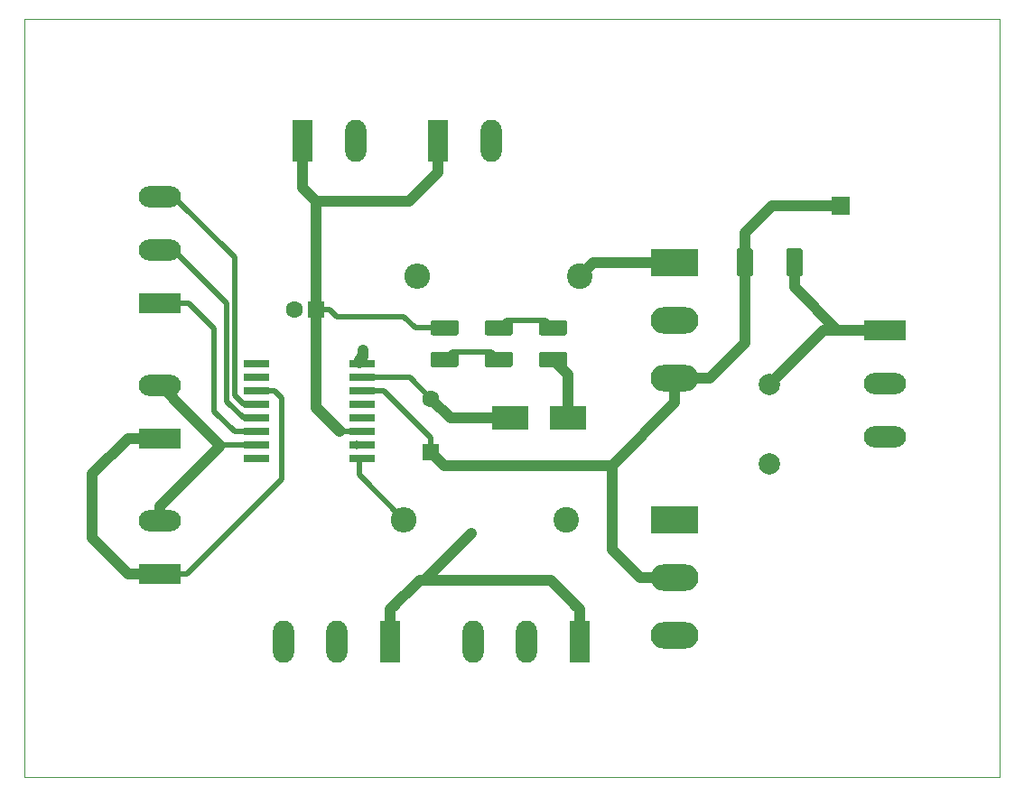
<source format=gbr>
G04 #@! TF.GenerationSoftware,KiCad,Pcbnew,(5.1.5)-3*
G04 #@! TF.CreationDate,2020-04-01T15:23:21+02:00*
G04 #@! TF.ProjectId,hbruecke,68627275-6563-46b6-952e-6b696361645f,rev?*
G04 #@! TF.SameCoordinates,Original*
G04 #@! TF.FileFunction,Copper,L1,Top*
G04 #@! TF.FilePolarity,Positive*
%FSLAX46Y46*%
G04 Gerber Fmt 4.6, Leading zero omitted, Abs format (unit mm)*
G04 Created by KiCad (PCBNEW (5.1.5)-3) date 2020-04-01 15:23:21*
%MOMM*%
%LPD*%
G04 APERTURE LIST*
%ADD10C,0.050000*%
%ADD11C,1.600000*%
%ADD12R,1.600000X1.600000*%
%ADD13O,4.500000X2.500000*%
%ADD14R,4.500000X2.500000*%
%ADD15R,2.375000X0.700000*%
%ADD16R,1.700000X1.700000*%
%ADD17O,3.960000X1.980000*%
%ADD18R,3.960000X1.980000*%
%ADD19O,1.980000X3.960000*%
%ADD20R,1.980000X3.960000*%
%ADD21C,0.100000*%
%ADD22C,2.000000*%
%ADD23O,2.400000X2.400000*%
%ADD24C,2.400000*%
%ADD25R,3.500000X2.300000*%
%ADD26C,0.800000*%
%ADD27C,0.500000*%
%ADD28C,1.000000*%
G04 APERTURE END LIST*
D10*
X154940000Y-77470000D02*
X63500000Y-77470000D01*
X154940000Y-148590000D02*
X154940000Y-77470000D01*
X63500000Y-148590000D02*
X154940000Y-148590000D01*
X63500000Y-77470000D02*
X63500000Y-148590000D01*
D11*
X88805000Y-104775000D03*
D12*
X90805000Y-104775000D03*
D13*
X124460000Y-135360000D03*
X124460000Y-129910000D03*
D14*
X124460000Y-124460000D03*
D13*
X124460000Y-111230000D03*
X124460000Y-105780000D03*
D14*
X124460000Y-100330000D03*
D15*
X85232000Y-118745000D03*
X85232000Y-117475000D03*
X85232000Y-116205000D03*
X85232000Y-114935000D03*
X85232000Y-113665000D03*
X85232000Y-112395000D03*
X85232000Y-111125000D03*
X85232000Y-109855000D03*
X95108000Y-109855000D03*
X95108000Y-111125000D03*
X95108000Y-112395000D03*
X95108000Y-113665000D03*
X95108000Y-114935000D03*
X95108000Y-116205000D03*
X95108000Y-117475000D03*
X95108000Y-118745000D03*
D16*
X140000000Y-95000000D03*
D17*
X144145000Y-116680000D03*
X144145000Y-111680000D03*
D18*
X144145000Y-106680000D03*
D17*
X76200000Y-124540000D03*
D18*
X76200000Y-129540000D03*
D17*
X76200000Y-111840000D03*
D18*
X76200000Y-116840000D03*
D19*
X87790000Y-135890000D03*
X92790000Y-135890000D03*
D20*
X97790000Y-135890000D03*
D19*
X107235000Y-88900000D03*
D20*
X102235000Y-88900000D03*
D19*
X105570000Y-135890000D03*
X110570000Y-135890000D03*
D20*
X115570000Y-135890000D03*
D19*
X94535000Y-88900000D03*
D20*
X89535000Y-88900000D03*
D17*
X76200000Y-94140000D03*
X76200000Y-99140000D03*
D18*
X76200000Y-104140000D03*
G04 #@! TA.AperFunction,SMDPad,CuDef*
D21*
G36*
X103969504Y-108726204D02*
G01*
X103993773Y-108729804D01*
X104017571Y-108735765D01*
X104040671Y-108744030D01*
X104062849Y-108754520D01*
X104083893Y-108767133D01*
X104103598Y-108781747D01*
X104121777Y-108798223D01*
X104138253Y-108816402D01*
X104152867Y-108836107D01*
X104165480Y-108857151D01*
X104175970Y-108879329D01*
X104184235Y-108902429D01*
X104190196Y-108926227D01*
X104193796Y-108950496D01*
X104195000Y-108975000D01*
X104195000Y-109900000D01*
X104193796Y-109924504D01*
X104190196Y-109948773D01*
X104184235Y-109972571D01*
X104175970Y-109995671D01*
X104165480Y-110017849D01*
X104152867Y-110038893D01*
X104138253Y-110058598D01*
X104121777Y-110076777D01*
X104103598Y-110093253D01*
X104083893Y-110107867D01*
X104062849Y-110120480D01*
X104040671Y-110130970D01*
X104017571Y-110139235D01*
X103993773Y-110145196D01*
X103969504Y-110148796D01*
X103945000Y-110150000D01*
X101795000Y-110150000D01*
X101770496Y-110148796D01*
X101746227Y-110145196D01*
X101722429Y-110139235D01*
X101699329Y-110130970D01*
X101677151Y-110120480D01*
X101656107Y-110107867D01*
X101636402Y-110093253D01*
X101618223Y-110076777D01*
X101601747Y-110058598D01*
X101587133Y-110038893D01*
X101574520Y-110017849D01*
X101564030Y-109995671D01*
X101555765Y-109972571D01*
X101549804Y-109948773D01*
X101546204Y-109924504D01*
X101545000Y-109900000D01*
X101545000Y-108975000D01*
X101546204Y-108950496D01*
X101549804Y-108926227D01*
X101555765Y-108902429D01*
X101564030Y-108879329D01*
X101574520Y-108857151D01*
X101587133Y-108836107D01*
X101601747Y-108816402D01*
X101618223Y-108798223D01*
X101636402Y-108781747D01*
X101656107Y-108767133D01*
X101677151Y-108754520D01*
X101699329Y-108744030D01*
X101722429Y-108735765D01*
X101746227Y-108729804D01*
X101770496Y-108726204D01*
X101795000Y-108725000D01*
X103945000Y-108725000D01*
X103969504Y-108726204D01*
G37*
G04 #@! TD.AperFunction*
G04 #@! TA.AperFunction,SMDPad,CuDef*
G36*
X103969504Y-105751204D02*
G01*
X103993773Y-105754804D01*
X104017571Y-105760765D01*
X104040671Y-105769030D01*
X104062849Y-105779520D01*
X104083893Y-105792133D01*
X104103598Y-105806747D01*
X104121777Y-105823223D01*
X104138253Y-105841402D01*
X104152867Y-105861107D01*
X104165480Y-105882151D01*
X104175970Y-105904329D01*
X104184235Y-105927429D01*
X104190196Y-105951227D01*
X104193796Y-105975496D01*
X104195000Y-106000000D01*
X104195000Y-106925000D01*
X104193796Y-106949504D01*
X104190196Y-106973773D01*
X104184235Y-106997571D01*
X104175970Y-107020671D01*
X104165480Y-107042849D01*
X104152867Y-107063893D01*
X104138253Y-107083598D01*
X104121777Y-107101777D01*
X104103598Y-107118253D01*
X104083893Y-107132867D01*
X104062849Y-107145480D01*
X104040671Y-107155970D01*
X104017571Y-107164235D01*
X103993773Y-107170196D01*
X103969504Y-107173796D01*
X103945000Y-107175000D01*
X101795000Y-107175000D01*
X101770496Y-107173796D01*
X101746227Y-107170196D01*
X101722429Y-107164235D01*
X101699329Y-107155970D01*
X101677151Y-107145480D01*
X101656107Y-107132867D01*
X101636402Y-107118253D01*
X101618223Y-107101777D01*
X101601747Y-107083598D01*
X101587133Y-107063893D01*
X101574520Y-107042849D01*
X101564030Y-107020671D01*
X101555765Y-106997571D01*
X101549804Y-106973773D01*
X101546204Y-106949504D01*
X101545000Y-106925000D01*
X101545000Y-106000000D01*
X101546204Y-105975496D01*
X101549804Y-105951227D01*
X101555765Y-105927429D01*
X101564030Y-105904329D01*
X101574520Y-105882151D01*
X101587133Y-105861107D01*
X101601747Y-105841402D01*
X101618223Y-105823223D01*
X101636402Y-105806747D01*
X101656107Y-105792133D01*
X101677151Y-105779520D01*
X101699329Y-105769030D01*
X101722429Y-105760765D01*
X101746227Y-105754804D01*
X101770496Y-105751204D01*
X101795000Y-105750000D01*
X103945000Y-105750000D01*
X103969504Y-105751204D01*
G37*
G04 #@! TD.AperFunction*
G04 #@! TA.AperFunction,SMDPad,CuDef*
G36*
X109049504Y-105751204D02*
G01*
X109073773Y-105754804D01*
X109097571Y-105760765D01*
X109120671Y-105769030D01*
X109142849Y-105779520D01*
X109163893Y-105792133D01*
X109183598Y-105806747D01*
X109201777Y-105823223D01*
X109218253Y-105841402D01*
X109232867Y-105861107D01*
X109245480Y-105882151D01*
X109255970Y-105904329D01*
X109264235Y-105927429D01*
X109270196Y-105951227D01*
X109273796Y-105975496D01*
X109275000Y-106000000D01*
X109275000Y-106925000D01*
X109273796Y-106949504D01*
X109270196Y-106973773D01*
X109264235Y-106997571D01*
X109255970Y-107020671D01*
X109245480Y-107042849D01*
X109232867Y-107063893D01*
X109218253Y-107083598D01*
X109201777Y-107101777D01*
X109183598Y-107118253D01*
X109163893Y-107132867D01*
X109142849Y-107145480D01*
X109120671Y-107155970D01*
X109097571Y-107164235D01*
X109073773Y-107170196D01*
X109049504Y-107173796D01*
X109025000Y-107175000D01*
X106875000Y-107175000D01*
X106850496Y-107173796D01*
X106826227Y-107170196D01*
X106802429Y-107164235D01*
X106779329Y-107155970D01*
X106757151Y-107145480D01*
X106736107Y-107132867D01*
X106716402Y-107118253D01*
X106698223Y-107101777D01*
X106681747Y-107083598D01*
X106667133Y-107063893D01*
X106654520Y-107042849D01*
X106644030Y-107020671D01*
X106635765Y-106997571D01*
X106629804Y-106973773D01*
X106626204Y-106949504D01*
X106625000Y-106925000D01*
X106625000Y-106000000D01*
X106626204Y-105975496D01*
X106629804Y-105951227D01*
X106635765Y-105927429D01*
X106644030Y-105904329D01*
X106654520Y-105882151D01*
X106667133Y-105861107D01*
X106681747Y-105841402D01*
X106698223Y-105823223D01*
X106716402Y-105806747D01*
X106736107Y-105792133D01*
X106757151Y-105779520D01*
X106779329Y-105769030D01*
X106802429Y-105760765D01*
X106826227Y-105754804D01*
X106850496Y-105751204D01*
X106875000Y-105750000D01*
X109025000Y-105750000D01*
X109049504Y-105751204D01*
G37*
G04 #@! TD.AperFunction*
G04 #@! TA.AperFunction,SMDPad,CuDef*
G36*
X109049504Y-108726204D02*
G01*
X109073773Y-108729804D01*
X109097571Y-108735765D01*
X109120671Y-108744030D01*
X109142849Y-108754520D01*
X109163893Y-108767133D01*
X109183598Y-108781747D01*
X109201777Y-108798223D01*
X109218253Y-108816402D01*
X109232867Y-108836107D01*
X109245480Y-108857151D01*
X109255970Y-108879329D01*
X109264235Y-108902429D01*
X109270196Y-108926227D01*
X109273796Y-108950496D01*
X109275000Y-108975000D01*
X109275000Y-109900000D01*
X109273796Y-109924504D01*
X109270196Y-109948773D01*
X109264235Y-109972571D01*
X109255970Y-109995671D01*
X109245480Y-110017849D01*
X109232867Y-110038893D01*
X109218253Y-110058598D01*
X109201777Y-110076777D01*
X109183598Y-110093253D01*
X109163893Y-110107867D01*
X109142849Y-110120480D01*
X109120671Y-110130970D01*
X109097571Y-110139235D01*
X109073773Y-110145196D01*
X109049504Y-110148796D01*
X109025000Y-110150000D01*
X106875000Y-110150000D01*
X106850496Y-110148796D01*
X106826227Y-110145196D01*
X106802429Y-110139235D01*
X106779329Y-110130970D01*
X106757151Y-110120480D01*
X106736107Y-110107867D01*
X106716402Y-110093253D01*
X106698223Y-110076777D01*
X106681747Y-110058598D01*
X106667133Y-110038893D01*
X106654520Y-110017849D01*
X106644030Y-109995671D01*
X106635765Y-109972571D01*
X106629804Y-109948773D01*
X106626204Y-109924504D01*
X106625000Y-109900000D01*
X106625000Y-108975000D01*
X106626204Y-108950496D01*
X106629804Y-108926227D01*
X106635765Y-108902429D01*
X106644030Y-108879329D01*
X106654520Y-108857151D01*
X106667133Y-108836107D01*
X106681747Y-108816402D01*
X106698223Y-108798223D01*
X106716402Y-108781747D01*
X106736107Y-108767133D01*
X106757151Y-108754520D01*
X106779329Y-108744030D01*
X106802429Y-108735765D01*
X106826227Y-108729804D01*
X106850496Y-108726204D01*
X106875000Y-108725000D01*
X109025000Y-108725000D01*
X109049504Y-108726204D01*
G37*
G04 #@! TD.AperFunction*
G04 #@! TA.AperFunction,SMDPad,CuDef*
G36*
X114129504Y-108726204D02*
G01*
X114153773Y-108729804D01*
X114177571Y-108735765D01*
X114200671Y-108744030D01*
X114222849Y-108754520D01*
X114243893Y-108767133D01*
X114263598Y-108781747D01*
X114281777Y-108798223D01*
X114298253Y-108816402D01*
X114312867Y-108836107D01*
X114325480Y-108857151D01*
X114335970Y-108879329D01*
X114344235Y-108902429D01*
X114350196Y-108926227D01*
X114353796Y-108950496D01*
X114355000Y-108975000D01*
X114355000Y-109900000D01*
X114353796Y-109924504D01*
X114350196Y-109948773D01*
X114344235Y-109972571D01*
X114335970Y-109995671D01*
X114325480Y-110017849D01*
X114312867Y-110038893D01*
X114298253Y-110058598D01*
X114281777Y-110076777D01*
X114263598Y-110093253D01*
X114243893Y-110107867D01*
X114222849Y-110120480D01*
X114200671Y-110130970D01*
X114177571Y-110139235D01*
X114153773Y-110145196D01*
X114129504Y-110148796D01*
X114105000Y-110150000D01*
X111955000Y-110150000D01*
X111930496Y-110148796D01*
X111906227Y-110145196D01*
X111882429Y-110139235D01*
X111859329Y-110130970D01*
X111837151Y-110120480D01*
X111816107Y-110107867D01*
X111796402Y-110093253D01*
X111778223Y-110076777D01*
X111761747Y-110058598D01*
X111747133Y-110038893D01*
X111734520Y-110017849D01*
X111724030Y-109995671D01*
X111715765Y-109972571D01*
X111709804Y-109948773D01*
X111706204Y-109924504D01*
X111705000Y-109900000D01*
X111705000Y-108975000D01*
X111706204Y-108950496D01*
X111709804Y-108926227D01*
X111715765Y-108902429D01*
X111724030Y-108879329D01*
X111734520Y-108857151D01*
X111747133Y-108836107D01*
X111761747Y-108816402D01*
X111778223Y-108798223D01*
X111796402Y-108781747D01*
X111816107Y-108767133D01*
X111837151Y-108754520D01*
X111859329Y-108744030D01*
X111882429Y-108735765D01*
X111906227Y-108729804D01*
X111930496Y-108726204D01*
X111955000Y-108725000D01*
X114105000Y-108725000D01*
X114129504Y-108726204D01*
G37*
G04 #@! TD.AperFunction*
G04 #@! TA.AperFunction,SMDPad,CuDef*
G36*
X114129504Y-105751204D02*
G01*
X114153773Y-105754804D01*
X114177571Y-105760765D01*
X114200671Y-105769030D01*
X114222849Y-105779520D01*
X114243893Y-105792133D01*
X114263598Y-105806747D01*
X114281777Y-105823223D01*
X114298253Y-105841402D01*
X114312867Y-105861107D01*
X114325480Y-105882151D01*
X114335970Y-105904329D01*
X114344235Y-105927429D01*
X114350196Y-105951227D01*
X114353796Y-105975496D01*
X114355000Y-106000000D01*
X114355000Y-106925000D01*
X114353796Y-106949504D01*
X114350196Y-106973773D01*
X114344235Y-106997571D01*
X114335970Y-107020671D01*
X114325480Y-107042849D01*
X114312867Y-107063893D01*
X114298253Y-107083598D01*
X114281777Y-107101777D01*
X114263598Y-107118253D01*
X114243893Y-107132867D01*
X114222849Y-107145480D01*
X114200671Y-107155970D01*
X114177571Y-107164235D01*
X114153773Y-107170196D01*
X114129504Y-107173796D01*
X114105000Y-107175000D01*
X111955000Y-107175000D01*
X111930496Y-107173796D01*
X111906227Y-107170196D01*
X111882429Y-107164235D01*
X111859329Y-107155970D01*
X111837151Y-107145480D01*
X111816107Y-107132867D01*
X111796402Y-107118253D01*
X111778223Y-107101777D01*
X111761747Y-107083598D01*
X111747133Y-107063893D01*
X111734520Y-107042849D01*
X111724030Y-107020671D01*
X111715765Y-106997571D01*
X111709804Y-106973773D01*
X111706204Y-106949504D01*
X111705000Y-106925000D01*
X111705000Y-106000000D01*
X111706204Y-105975496D01*
X111709804Y-105951227D01*
X111715765Y-105927429D01*
X111724030Y-105904329D01*
X111734520Y-105882151D01*
X111747133Y-105861107D01*
X111761747Y-105841402D01*
X111778223Y-105823223D01*
X111796402Y-105806747D01*
X111816107Y-105792133D01*
X111837151Y-105779520D01*
X111859329Y-105769030D01*
X111882429Y-105760765D01*
X111906227Y-105754804D01*
X111930496Y-105751204D01*
X111955000Y-105750000D01*
X114105000Y-105750000D01*
X114129504Y-105751204D01*
G37*
G04 #@! TD.AperFunction*
G04 #@! TA.AperFunction,SMDPad,CuDef*
G36*
X131549505Y-99006204D02*
G01*
X131573773Y-99009804D01*
X131597572Y-99015765D01*
X131620671Y-99024030D01*
X131642850Y-99034520D01*
X131663893Y-99047132D01*
X131683599Y-99061747D01*
X131701777Y-99078223D01*
X131718253Y-99096401D01*
X131732868Y-99116107D01*
X131745480Y-99137150D01*
X131755970Y-99159329D01*
X131764235Y-99182428D01*
X131770196Y-99206227D01*
X131773796Y-99230495D01*
X131775000Y-99254999D01*
X131775000Y-101405001D01*
X131773796Y-101429505D01*
X131770196Y-101453773D01*
X131764235Y-101477572D01*
X131755970Y-101500671D01*
X131745480Y-101522850D01*
X131732868Y-101543893D01*
X131718253Y-101563599D01*
X131701777Y-101581777D01*
X131683599Y-101598253D01*
X131663893Y-101612868D01*
X131642850Y-101625480D01*
X131620671Y-101635970D01*
X131597572Y-101644235D01*
X131573773Y-101650196D01*
X131549505Y-101653796D01*
X131525001Y-101655000D01*
X130499999Y-101655000D01*
X130475495Y-101653796D01*
X130451227Y-101650196D01*
X130427428Y-101644235D01*
X130404329Y-101635970D01*
X130382150Y-101625480D01*
X130361107Y-101612868D01*
X130341401Y-101598253D01*
X130323223Y-101581777D01*
X130306747Y-101563599D01*
X130292132Y-101543893D01*
X130279520Y-101522850D01*
X130269030Y-101500671D01*
X130260765Y-101477572D01*
X130254804Y-101453773D01*
X130251204Y-101429505D01*
X130250000Y-101405001D01*
X130250000Y-99254999D01*
X130251204Y-99230495D01*
X130254804Y-99206227D01*
X130260765Y-99182428D01*
X130269030Y-99159329D01*
X130279520Y-99137150D01*
X130292132Y-99116107D01*
X130306747Y-99096401D01*
X130323223Y-99078223D01*
X130341401Y-99061747D01*
X130361107Y-99047132D01*
X130382150Y-99034520D01*
X130404329Y-99024030D01*
X130427428Y-99015765D01*
X130451227Y-99009804D01*
X130475495Y-99006204D01*
X130499999Y-99005000D01*
X131525001Y-99005000D01*
X131549505Y-99006204D01*
G37*
G04 #@! TD.AperFunction*
G04 #@! TA.AperFunction,SMDPad,CuDef*
G36*
X136224505Y-99006204D02*
G01*
X136248773Y-99009804D01*
X136272572Y-99015765D01*
X136295671Y-99024030D01*
X136317850Y-99034520D01*
X136338893Y-99047132D01*
X136358599Y-99061747D01*
X136376777Y-99078223D01*
X136393253Y-99096401D01*
X136407868Y-99116107D01*
X136420480Y-99137150D01*
X136430970Y-99159329D01*
X136439235Y-99182428D01*
X136445196Y-99206227D01*
X136448796Y-99230495D01*
X136450000Y-99254999D01*
X136450000Y-101405001D01*
X136448796Y-101429505D01*
X136445196Y-101453773D01*
X136439235Y-101477572D01*
X136430970Y-101500671D01*
X136420480Y-101522850D01*
X136407868Y-101543893D01*
X136393253Y-101563599D01*
X136376777Y-101581777D01*
X136358599Y-101598253D01*
X136338893Y-101612868D01*
X136317850Y-101625480D01*
X136295671Y-101635970D01*
X136272572Y-101644235D01*
X136248773Y-101650196D01*
X136224505Y-101653796D01*
X136200001Y-101655000D01*
X135174999Y-101655000D01*
X135150495Y-101653796D01*
X135126227Y-101650196D01*
X135102428Y-101644235D01*
X135079329Y-101635970D01*
X135057150Y-101625480D01*
X135036107Y-101612868D01*
X135016401Y-101598253D01*
X134998223Y-101581777D01*
X134981747Y-101563599D01*
X134967132Y-101543893D01*
X134954520Y-101522850D01*
X134944030Y-101500671D01*
X134935765Y-101477572D01*
X134929804Y-101453773D01*
X134926204Y-101429505D01*
X134925000Y-101405001D01*
X134925000Y-99254999D01*
X134926204Y-99230495D01*
X134929804Y-99206227D01*
X134935765Y-99182428D01*
X134944030Y-99159329D01*
X134954520Y-99137150D01*
X134967132Y-99116107D01*
X134981747Y-99096401D01*
X134998223Y-99078223D01*
X135016401Y-99061747D01*
X135036107Y-99047132D01*
X135057150Y-99034520D01*
X135079329Y-99024030D01*
X135102428Y-99015765D01*
X135126227Y-99009804D01*
X135150495Y-99006204D01*
X135174999Y-99005000D01*
X136200001Y-99005000D01*
X136224505Y-99006204D01*
G37*
G04 #@! TD.AperFunction*
D22*
X133350000Y-119260000D03*
X133350000Y-111760000D03*
D23*
X99060000Y-124460000D03*
D24*
X114300000Y-124460000D03*
D23*
X100330000Y-101600000D03*
D24*
X115570000Y-101600000D03*
D25*
X114460000Y-114935000D03*
X109060000Y-114935000D03*
D11*
X101600000Y-113110000D03*
D12*
X101600000Y-118110000D03*
D26*
X95250000Y-108585000D03*
X94615000Y-117475000D03*
X105410000Y-125730000D03*
D27*
X78870000Y-104140000D02*
X81280000Y-106550000D01*
X77470000Y-104140000D02*
X78870000Y-104140000D01*
X83185000Y-116205000D02*
X81280000Y-114300000D01*
X81280000Y-106550000D02*
X81280000Y-114300000D01*
X83185000Y-116205000D02*
X85482000Y-116205000D01*
X77470000Y-99140000D02*
X82470000Y-104140000D01*
X84044500Y-114935000D02*
X85482000Y-114935000D01*
X82470000Y-113360500D02*
X84044500Y-114935000D01*
X82470000Y-104140000D02*
X82470000Y-113360500D01*
X77470000Y-94140000D02*
X83185000Y-99855000D01*
X83185000Y-112805500D02*
X84044500Y-113665000D01*
X84044500Y-113665000D02*
X85482000Y-113665000D01*
X83185000Y-99855000D02*
X83185000Y-112805500D01*
X94858000Y-109855000D02*
X94858000Y-108977000D01*
X94858000Y-108977000D02*
X95250000Y-108585000D01*
D28*
X94858000Y-109542685D02*
X94858000Y-109774999D01*
X95250000Y-108585000D02*
X95250000Y-109150685D01*
X95250000Y-109150685D02*
X94858000Y-109542685D01*
D27*
X94858000Y-120258000D02*
X99060000Y-124460000D01*
X94858000Y-118745000D02*
X94858000Y-120258000D01*
X107790000Y-114935000D02*
X103425000Y-114935000D01*
X94942999Y-111040001D02*
X94858000Y-111125000D01*
X99615000Y-111125000D02*
X101600000Y-113110000D01*
X94858000Y-111125000D02*
X99615000Y-111125000D01*
D28*
X103425000Y-114935000D02*
X101600000Y-113110000D01*
X109060000Y-114935000D02*
X103425000Y-114935000D01*
D27*
X101600000Y-116810000D02*
X101600000Y-118110000D01*
X97185000Y-112395000D02*
X101600000Y-116810000D01*
X94858000Y-112395000D02*
X97185000Y-112395000D01*
X124590000Y-106430000D02*
X123190000Y-106430000D01*
D28*
X131012500Y-100330000D02*
X131012500Y-97587500D01*
X133600000Y-95000000D02*
X140000000Y-95000000D01*
X131012500Y-97587500D02*
X133600000Y-95000000D01*
X127710000Y-111230000D02*
X124460000Y-111230000D01*
X131012500Y-107927500D02*
X127710000Y-111230000D01*
X131012500Y-100330000D02*
X131012500Y-107927500D01*
X124460000Y-113480000D02*
X118560000Y-119380000D01*
X118560000Y-119380000D02*
X102870000Y-119380000D01*
X124460000Y-111230000D02*
X124460000Y-113480000D01*
X102870000Y-119380000D02*
X101600000Y-118110000D01*
X121210000Y-129910000D02*
X124460000Y-129910000D01*
X118560000Y-127260000D02*
X121210000Y-129910000D01*
X118560000Y-119380000D02*
X118560000Y-127260000D01*
D27*
X94858000Y-117475000D02*
X94615000Y-117475000D01*
D28*
X87790000Y-135890000D02*
X87790000Y-134900000D01*
D27*
X90805000Y-106075000D02*
X90805000Y-104775000D01*
X90805000Y-113589500D02*
X90805000Y-106075000D01*
X93420500Y-116205000D02*
X90805000Y-113589500D01*
X94858000Y-116205000D02*
X93420500Y-116205000D01*
X90805000Y-104775000D02*
X92105000Y-104775000D01*
D28*
X94535000Y-88900000D02*
X94535000Y-89890000D01*
X90805000Y-113969502D02*
X93040498Y-116205000D01*
X90805000Y-104775000D02*
X90805000Y-113969502D01*
D27*
X102870000Y-106462500D02*
X100112500Y-106462500D01*
X100112500Y-106462500D02*
X99060000Y-105410000D01*
X92740000Y-105410000D02*
X92105000Y-104775000D01*
X99060000Y-105410000D02*
X92740000Y-105410000D01*
D28*
X90805000Y-104775000D02*
X90805000Y-94615000D01*
X89535000Y-93345000D02*
X89535000Y-88900000D01*
X90805000Y-94615000D02*
X89535000Y-93345000D01*
X102235000Y-91880000D02*
X102235000Y-88900000D01*
X99500000Y-94615000D02*
X102235000Y-91880000D01*
X90805000Y-94615000D02*
X99500000Y-94615000D01*
X114460000Y-110867500D02*
X114460000Y-114935000D01*
X113030000Y-109437500D02*
X114460000Y-110867500D01*
D27*
X81835000Y-117475000D02*
X77625001Y-113265001D01*
X85482000Y-117475000D02*
X81835000Y-117475000D01*
X85482000Y-117475000D02*
X81775000Y-117475000D01*
D28*
X76280000Y-111840000D02*
X77470000Y-113030000D01*
X76200000Y-111840000D02*
X76280000Y-111840000D01*
D27*
X77470000Y-113030000D02*
X77625001Y-113265001D01*
D28*
X77470000Y-113170000D02*
X81775000Y-117475000D01*
X77470000Y-113030000D02*
X77470000Y-113170000D01*
X81775000Y-117615000D02*
X76200000Y-123190000D01*
X81775000Y-117475000D02*
X81775000Y-117615000D01*
X76200000Y-123190000D02*
X76200000Y-124540000D01*
D27*
X86919500Y-112395000D02*
X85482000Y-112395000D01*
X87569511Y-113045011D02*
X86919500Y-112395000D01*
X76200000Y-129540000D02*
X78680000Y-129540000D01*
X87630000Y-119380000D02*
X87569511Y-113045011D01*
X87630000Y-119380000D02*
X87630000Y-120650000D01*
X78680000Y-129540000D02*
X87630000Y-120650000D01*
X87630000Y-120650000D02*
X87630000Y-120590000D01*
D28*
X73220000Y-116840000D02*
X69850000Y-120210000D01*
X76200000Y-116840000D02*
X73220000Y-116840000D01*
X73220000Y-129540000D02*
X76200000Y-129540000D01*
X69850000Y-126170000D02*
X73220000Y-129540000D01*
X69850000Y-120210000D02*
X69850000Y-126170000D01*
D27*
X115570000Y-137290000D02*
X115570000Y-135890000D01*
D28*
X115069990Y-132409990D02*
X115570000Y-132910000D01*
X97790000Y-132910000D02*
X98290010Y-132409990D01*
X97790000Y-135890000D02*
X97790000Y-132910000D01*
X100965000Y-130175000D02*
X105410000Y-125730000D01*
X97790000Y-132910000D02*
X100525000Y-130175000D01*
X115570000Y-132910000D02*
X115570000Y-135890000D01*
X112835000Y-130175000D02*
X115570000Y-132910000D01*
X100525000Y-130175000D02*
X112835000Y-130175000D01*
X115570000Y-101600000D02*
X116840000Y-100330000D01*
X116840000Y-100330000D02*
X124460000Y-100330000D01*
D27*
X112317500Y-105750000D02*
X113030000Y-106462500D01*
X108662500Y-105750000D02*
X112317500Y-105750000D01*
X107950000Y-106462500D02*
X108662500Y-105750000D01*
D28*
X133350000Y-111760000D02*
X138430000Y-106680000D01*
X138430000Y-106680000D02*
X144145000Y-106680000D01*
X135687500Y-100330000D02*
X135687500Y-102667500D01*
X139700000Y-106680000D02*
X144145000Y-106680000D01*
X135687500Y-102667500D02*
X139700000Y-106680000D01*
D27*
X103582500Y-108725000D02*
X102870000Y-109437500D01*
X107950000Y-109437500D02*
X107237500Y-108725000D01*
X107237500Y-108725000D02*
X103582500Y-108725000D01*
M02*

</source>
